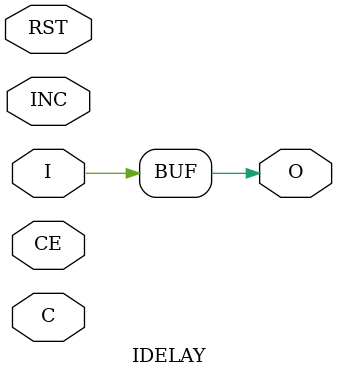
<source format=v>
/*
 * Simplified IDELAY model.
 * Only fixed delay type is implemented and assumed.
 */

`timescale 1ns / 1ps

module IDELAY #(
	parameter IOBDELAY_TYPE = "DEFAULT",
	parameter integer IOBDELAY_VALUE = 0
) (
	input C,
	input CE,
	input I,
	input INC,
	input RST,
	output reg O
);

always @(I)
	# (IOBDELAY_VALUE*0.078) O = I;

endmodule

</source>
